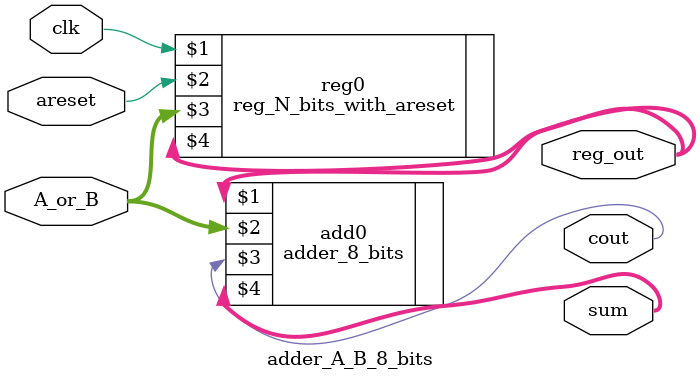
<source format=v>
module adder_A_B_8_bits(input [7:0] A_or_B,
								input  areset, clk,
								output [7:0] reg_out, sum,
								output cout);
								
	reg_N_bits_with_areset#(8) reg0(clk, areset, A_or_B[7:0], reg_out[7:0]);
	
	adder_8_bits add0(reg_out[7:0], A_or_B[7:0], cout, sum[7:0]);
	
endmodule
	
	
</source>
